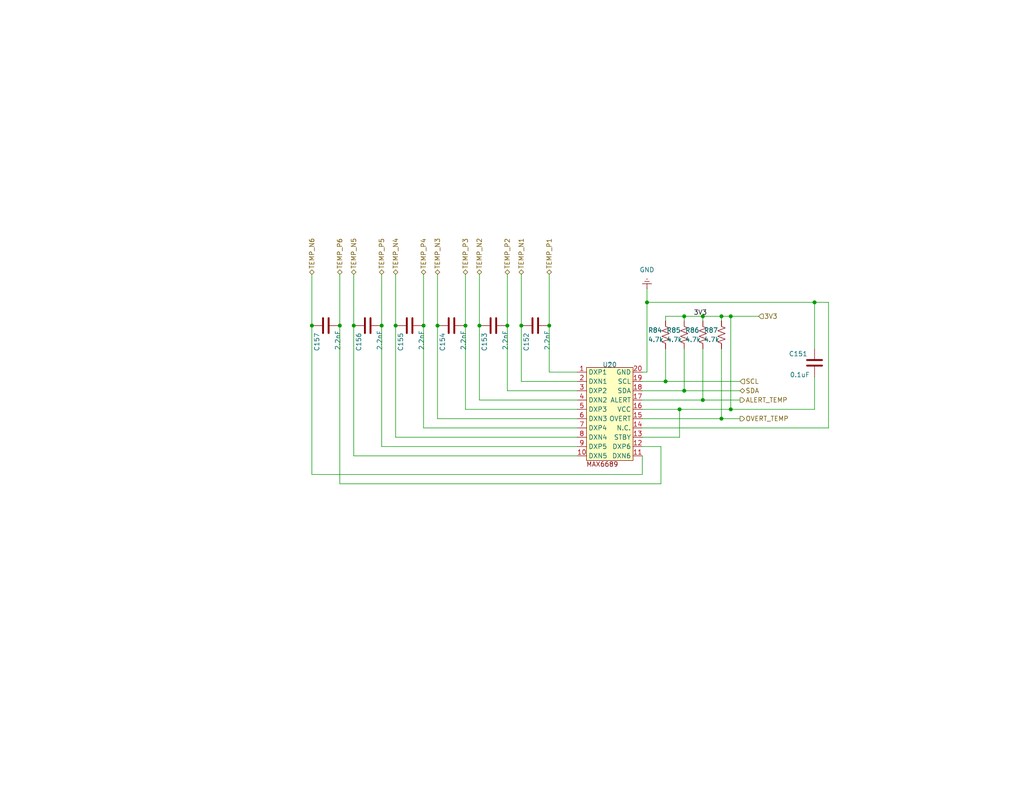
<source format=kicad_sch>
(kicad_sch (version 20231120) (generator "eeschema") (generator_version "8.0")
  (paper "A")
  (title_block (rev "701"))
  (lib_symbols
    (symbol "Device:C" (pin_numbers hide) (pin_names (offset 0.254))
      (property "Reference" "C" (at 0.635 2.54 0))
      (property "Value" "C" (at 0.635 -2.54 0))
      (symbol "C_0_1"
        (polyline (pts (xy -2.032 -0.762) (xy 2.032 -0.762)) (stroke (width 0.508)))
        (polyline (pts (xy -2.032 0.762) (xy 2.032 0.762)) (stroke (width 0.508)))
      )
      (symbol "C_1_1"
        (pin passive line (at 0 3.81 270) (length 2.794) (name "~") (number "1"))
        (pin passive line (at 0 -3.81 90) (length 2.794) (name "~") (number "2"))
      )
    )
    (symbol "Device:R_US" (pin_numbers hide) (pin_names (offset 0))
      (property "Reference" "R" (at 2.54 0 90))
      (property "Value" "R_US" (at -2.54 0 90))
      (symbol "R_US_0_1"
        (polyline (pts (xy 0 -2.286) (xy 0 -2.54)))
        (polyline (pts (xy 0 2.286) (xy 0 2.54)))
        (polyline (pts (xy 0 -0.762) (xy 1.016 -1.143) (xy 0 -1.524) (xy -1.016 -1.905) (xy 0 -2.286)))
        (polyline (pts (xy 0 0.762) (xy 1.016 0.381) (xy 0 0) (xy -1.016 -0.381) (xy 0 -0.762)))
        (polyline (pts (xy 0 2.286) (xy 1.016 1.905) (xy 0 1.524) (xy -1.016 1.143) (xy 0 0.762)))
      )
      (symbol "R_US_1_1"
        (pin passive line (at 0 3.81 270) (length 1.27) (name "~") (number "1"))
        (pin passive line (at 0 -3.81 90) (length 1.27) (name "~") (number "2"))
      )
    )
    (symbol "bitaxe:MAX6689"
      (property "Reference" "U" (at 0 13.97 0))
      (symbol "MAX6689_0_1"
        (rectangle (start -6.35 12.7) (end 6.35 -12.7) (fill (type background)))
      )
      (symbol "MAX6689_1_1"
        (text "MAX6689\n" (at -2.032 -13.716 0) (effects (font (size 1.27 1.27))))
        (pin bidirectional line (at -8.89 11.43 0) (length 2.54) (name "DXP1") (number "1"))
        (pin bidirectional line (at -8.89 -11.43 0) (length 2.54) (name "DXN5") (number "10"))
        (pin bidirectional line (at 8.89 -11.43 180) (length 2.54) (name "DXN6") (number "11"))
        (pin bidirectional line (at 8.89 -8.89 180) (length 2.54) (name "DXP6") (number "12"))
        (pin bidirectional line (at 8.89 -6.35 180) (length 2.54) (name "STBY") (number "13"))
        (pin bidirectional line (at 8.89 -3.81 180) (length 2.54) (name "N.C.") (number "14"))
        (pin bidirectional line (at 8.89 -1.27 180) (length 2.54) (name "OVERT") (number "15"))
        (pin bidirectional line (at 8.89 1.27 180) (length 2.54) (name "VCC") (number "16"))
        (pin bidirectional line (at 8.89 3.81 180) (length 2.54) (name "ALERT") (number "17"))
        (pin bidirectional line (at 8.89 6.35 180) (length 2.54) (name "SDA") (number "18"))
        (pin bidirectional line (at 8.89 8.89 180) (length 2.54) (name "SCL") (number "19"))
        (pin bidirectional line (at -8.89 8.89 0) (length 2.54) (name "DXN1") (number "2"))
        (pin bidirectional line (at 8.89 11.43 180) (length 2.54) (name "GND") (number "20"))
        (pin bidirectional line (at -8.89 6.35 0) (length 2.54) (name "DXP2") (number "3"))
        (pin bidirectional line (at -8.89 3.81 0) (length 2.54) (name "DXN2") (number "4"))
        (pin bidirectional line (at -8.89 1.27 0) (length 2.54) (name "DXP3") (number "5"))
        (pin bidirectional line (at -8.89 -1.27 0) (length 2.54) (name "DXN3") (number "6"))
        (pin bidirectional line (at -8.89 -3.81 0) (length 2.54) (name "DXP4") (number "7"))
        (pin bidirectional line (at -8.89 -6.35 0) (length 2.54) (name "DXN4") (number "8"))
        (pin bidirectional line (at -8.89 -8.89 0) (length 2.54) (name "DXP5") (number "9"))
      )
    )
    (symbol "power:GNDREF" (power) (pin_numbers hide) (pin_names (offset 0) hide)
      (property "Value" "GNDREF" (at 0 -3.81 0))
      (symbol "GNDREF_0_1"
        (polyline (pts (xy -0.635 -1.905) (xy 0.635 -1.905)))
        (polyline (pts (xy -0.127 -2.54) (xy 0.127 -2.54)))
        (polyline (pts (xy 0 -1.27) (xy 0 0)))
        (polyline (pts (xy 1.27 -1.27) (xy -1.27 -1.27)))
      )
      (symbol "GNDREF_1_1"
        (pin power_in line (at 0 0 270) (length 0) (name "~") (number "1"))
      )
    )
  )
  (junction (at 196.85 114.3))
  (junction (at 185.42 111.76))
  (junction (at 130.81 88.9))
  (junction (at 96.52 88.9))
  (junction (at 191.77 86.36))
  (junction (at 199.39 111.76))
  (junction (at 176.53 82.55))
  (junction (at 181.61 104.14))
  (junction (at 115.57 88.9))
  (junction (at 138.43 88.9))
  (junction (at 127 88.9))
  (junction (at 149.86 88.9))
  (junction (at 142.24 88.9))
  (junction (at 92.71 88.9))
  (junction (at 199.39 86.36))
  (junction (at 107.95 88.9))
  (junction (at 104.14 88.9))
  (junction (at 186.69 86.36))
  (junction (at 119.38 88.9))
  (junction (at 191.77 109.22))
  (junction (at 222.25 82.55))
  (junction (at 85.09 88.9))
  (junction (at 196.85 86.36))
  (junction (at 186.69 106.68))
  (wire (pts (xy 127 74.93) (xy 127 88.9)))
  (wire (pts (xy 175.26 111.76) (xy 185.42 111.76)))
  (wire (pts (xy 130.81 88.9) (xy 130.81 109.22)))
  (wire (pts (xy 175.26 116.84) (xy 226.06 116.84)))
  (wire (pts (xy 175.26 101.6) (xy 176.53 101.6)))
  (wire (pts (xy 127 88.9) (xy 127 111.76)))
  (wire (pts (xy 175.26 124.46) (xy 175.26 129.54)))
  (wire (pts (xy 157.48 111.76) (xy 127 111.76)))
  (wire (pts (xy 157.48 106.68) (xy 138.43 106.68)))
  (wire (pts (xy 157.48 121.92) (xy 104.14 121.92)))
  (wire (pts (xy 186.69 106.68) (xy 201.93 106.68)))
  (wire (pts (xy 119.38 74.93) (xy 119.38 88.9)))
  (wire (pts (xy 96.52 88.9) (xy 96.52 124.46)))
  (wire (pts (xy 186.69 86.36) (xy 191.77 86.36)))
  (wire (pts (xy 199.39 111.76) (xy 199.39 86.36)))
  (wire (pts (xy 149.86 74.93) (xy 149.86 88.9)))
  (wire (pts (xy 157.48 114.3) (xy 119.38 114.3)))
  (wire (pts (xy 157.48 104.14) (xy 142.24 104.14)))
  (wire (pts (xy 176.53 82.55) (xy 222.25 82.55)))
  (wire (pts (xy 138.43 74.93) (xy 138.43 88.9)))
  (wire (pts (xy 138.43 88.9) (xy 138.43 106.68)))
  (wire (pts (xy 176.53 82.55) (xy 176.53 78.74)))
  (wire (pts (xy 180.34 132.08) (xy 92.71 132.08)))
  (wire (pts (xy 175.26 109.22) (xy 191.77 109.22)))
  (wire (pts (xy 149.86 88.9) (xy 149.86 101.6)))
  (wire (pts (xy 157.48 101.6) (xy 149.86 101.6)))
  (wire (pts (xy 175.26 119.38) (xy 185.42 119.38)))
  (wire (pts (xy 175.26 114.3) (xy 196.85 114.3)))
  (wire (pts (xy 181.61 86.36) (xy 186.69 86.36)))
  (wire (pts (xy 199.39 111.76) (xy 222.25 111.76)))
  (wire (pts (xy 199.39 86.36) (xy 207.01 86.36)))
  (wire (pts (xy 85.09 74.93) (xy 85.09 88.9)))
  (wire (pts (xy 85.09 88.9) (xy 85.09 129.54)))
  (wire (pts (xy 96.52 74.93) (xy 96.52 88.9)))
  (wire (pts (xy 175.26 104.14) (xy 181.61 104.14)))
  (wire (pts (xy 186.69 86.36) (xy 186.69 87.63)))
  (wire (pts (xy 92.71 74.93) (xy 92.71 88.9)))
  (wire (pts (xy 115.57 74.93) (xy 115.57 88.9)))
  (wire (pts (xy 119.38 88.9) (xy 119.38 114.3)))
  (wire (pts (xy 115.57 88.9) (xy 115.57 116.84)))
  (wire (pts (xy 186.69 95.25) (xy 186.69 106.68)))
  (wire (pts (xy 107.95 88.9) (xy 107.95 119.38)))
  (wire (pts (xy 191.77 109.22) (xy 201.93 109.22)))
  (wire (pts (xy 142.24 74.93) (xy 142.24 88.9)))
  (wire (pts (xy 196.85 86.36) (xy 199.39 86.36)))
  (wire (pts (xy 185.42 111.76) (xy 199.39 111.76)))
  (wire (pts (xy 191.77 86.36) (xy 196.85 86.36)))
  (wire (pts (xy 196.85 86.36) (xy 196.85 87.63)))
  (wire (pts (xy 92.71 88.9) (xy 92.71 132.08)))
  (wire (pts (xy 104.14 74.93) (xy 104.14 88.9)))
  (wire (pts (xy 196.85 114.3) (xy 201.93 114.3)))
  (wire (pts (xy 157.48 119.38) (xy 107.95 119.38)))
  (wire (pts (xy 180.34 121.92) (xy 180.34 132.08)))
  (wire (pts (xy 142.24 88.9) (xy 142.24 104.14)))
  (wire (pts (xy 157.48 116.84) (xy 115.57 116.84)))
  (wire (pts (xy 222.25 111.76) (xy 222.25 102.87)))
  (wire (pts (xy 107.95 74.93) (xy 107.95 88.9)))
  (wire (pts (xy 176.53 82.55) (xy 176.53 101.6)))
  (wire (pts (xy 175.26 106.68) (xy 186.69 106.68)))
  (wire (pts (xy 104.14 88.9) (xy 104.14 121.92)))
  (wire (pts (xy 181.61 87.63) (xy 181.61 86.36)))
  (wire (pts (xy 222.25 95.25) (xy 222.25 82.55)))
  (wire (pts (xy 130.81 74.93) (xy 130.81 88.9)))
  (wire (pts (xy 185.42 119.38) (xy 185.42 111.76)))
  (wire (pts (xy 157.48 124.46) (xy 96.52 124.46)))
  (wire (pts (xy 181.61 95.25) (xy 181.61 104.14)))
  (wire (pts (xy 196.85 95.25) (xy 196.85 114.3)))
  (wire (pts (xy 226.06 116.84) (xy 226.06 82.55)))
  (wire (pts (xy 226.06 82.55) (xy 222.25 82.55)))
  (wire (pts (xy 175.26 121.92) (xy 180.34 121.92)))
  (wire (pts (xy 175.26 129.54) (xy 85.09 129.54)))
  (wire (pts (xy 157.48 109.22) (xy 130.81 109.22)))
  (wire (pts (xy 191.77 95.25) (xy 191.77 109.22)))
  (wire (pts (xy 181.61 104.14) (xy 201.93 104.14)))
  (wire (pts (xy 191.77 86.36) (xy 191.77 87.63)))
  (label "3V3" (at 189.23 86.36 0))
  (hierarchical_label "TEMP_P2" (shape bidirectional) (at 138.43 74.93 90))
  (hierarchical_label "ALERT_TEMP" (shape output) (at 201.93 109.22 0))
  (hierarchical_label "TEMP_P3" (shape bidirectional) (at 127 74.93 90))
  (hierarchical_label "OVERT_TEMP" (shape output) (at 201.93 114.3 0))
  (hierarchical_label "TEMP_N3" (shape bidirectional) (at 119.38 74.93 90))
  (hierarchical_label "TEMP_N6" (shape bidirectional) (at 85.09 74.93 90))
  (hierarchical_label "TEMP_N4" (shape bidirectional) (at 107.95 74.93 90))
  (hierarchical_label "TEMP_P4" (shape bidirectional) (at 115.57 74.93 90))
  (hierarchical_label "TEMP_N1" (shape bidirectional) (at 142.24 74.93 90))
  (hierarchical_label "TEMP_P5" (shape bidirectional) (at 104.14 74.93 90))
  (hierarchical_label "TEMP_N2" (shape bidirectional) (at 130.81 74.93 90))
  (hierarchical_label "SDA" (shape bidirectional) (at 201.93 106.68 0))
  (hierarchical_label "SCL" (shape input) (at 201.93 104.14 0))
  (hierarchical_label "3V3" (shape input) (at 207.01 86.36 0))
  (hierarchical_label "TEMP_P6" (shape bidirectional) (at 92.71 74.93 90))
  (hierarchical_label "TEMP_N5" (shape bidirectional) (at 96.52 74.93 90))
  (hierarchical_label "TEMP_P1" (shape bidirectional) (at 149.86 74.93 90))
  (symbol (lib_id "Device:C") (at 100.33 88.9 270) (unit 1)
    (property "Reference" "C156" (at 97.155 90.805 0) (effects (justify left bottom)))
    (property "Value" "2.2nF" (at 102.87 90.17 0) (effects (justify left bottom)))
    (property "Footprint" "Capacitor_SMD:C_0402_1005Metric" (effects (hide yes)))
    (property "DK" "311-1037-2-ND" (effects (hide yes)))
    (property "PARTNO" "CC0402KRX7R9BB222" (effects (hide yes)))
  )
  (symbol (lib_id "Device:R_US") (at 196.85 91.44 180) (unit 1)
    (property "Reference" "R87" (at 192.024 90.17 0) (effects (justify right)))
    (property "Value" "4.7k" (at 192.024 92.71 0) (effects (justify right)))
    (property "Footprint" "Resistor_SMD:R_0402_1005Metric" (effects (hide yes)))
    (property "DK" "YAG1446TR-ND" (effects (hide yes)))
    (property "PARTNO" "RT0402BRD074K7L" (effects (hide yes)))
  )
  (symbol (lib_id "Device:C") (at 111.76 88.9 270) (unit 1)
    (property "Reference" "C155" (at 108.585 90.805 0) (effects (justify left bottom)))
    (property "Value" "2.2nF" (at 114.3 90.17 0) (effects (justify left bottom)))
    (property "Footprint" "Capacitor_SMD:C_0402_1005Metric" (effects (hide yes)))
    (property "DK" "311-1037-2-ND" (effects (hide yes)))
    (property "PARTNO" "CC0402KRX7R9BB222" (effects (hide yes)))
  )
  (symbol (lib_id "Device:C") (at 134.62 88.9 270) (unit 1)
    (property "Reference" "C153" (at 131.445 90.805 0) (effects (justify left bottom)))
    (property "Value" "2.2nF" (at 137.16 90.17 0) (effects (justify left bottom)))
    (property "Footprint" "Capacitor_SMD:C_0402_1005Metric" (effects (hide yes)))
    (property "DK" "311-1037-2-ND" (effects (hide yes)))
    (property "PARTNO" "CC0402KRX7R9BB222" (effects (hide yes)))
  )
  (symbol (lib_id "Device:R_US") (at 181.61 91.44 180) (unit 1)
    (property "Reference" "R84" (at 176.784 90.17 0) (effects (justify right)))
    (property "Value" "4.7k" (at 176.784 92.71 0) (effects (justify right)))
    (property "Footprint" "Resistor_SMD:R_0402_1005Metric" (effects (hide yes)))
    (property "DK" "YAG1446TR-ND" (effects (hide yes)))
    (property "PARTNO" "RT0402BRD074K7L" (effects (hide yes)))
  )
  (symbol (lib_id "Device:C") (at 146.05 88.9 270) (unit 1)
    (property "Reference" "C152" (at 142.875 90.805 0) (effects (justify left bottom)))
    (property "Value" "2.2nF" (at 148.59 90.17 0) (effects (justify left bottom)))
    (property "Footprint" "Capacitor_SMD:C_0402_1005Metric" (effects (hide yes)))
    (property "DK" "311-1037-2-ND" (effects (hide yes)))
    (property "PARTNO" "CC0402KRX7R9BB222" (effects (hide yes)))
  )
  (symbol (lib_id "Device:C") (at 123.19 88.9 270) (unit 1)
    (property "Reference" "C154" (at 120.015 90.805 0) (effects (justify left bottom)))
    (property "Value" "2.2nF" (at 125.73 90.17 0) (effects (justify left bottom)))
    (property "Footprint" "Capacitor_SMD:C_0402_1005Metric" (effects (hide yes)))
    (property "DK" "311-1037-2-ND" (effects (hide yes)))
    (property "PARTNO" "CC0402KRX7R9BB222" (effects (hide yes)))
  )
  (symbol (lib_id "bitaxe:MAX6689") (at 166.37 113.03 0) (unit 1)
    (property "Reference" "U20" (at 166.37 99.568 0))
    (property "Value" "~" (at 166.3265 99.06 0))
    (property "Footprint" "bitaxe:MAX6689UP9A+" (effects (hide yes)))
    (property "Datasheet" "https://www.analog.com/media/en/technical-documentation/data-sheets/MAX6689.pdf" (effects (hide yes)))
  )
  (symbol (lib_id "Device:C") (at 222.25 99.06 180) (unit 1)
    (property "Reference" "C151" (at 220.345 95.885 0) (effects (justify left bottom)))
    (property "Value" "0.1uF" (at 220.98 101.6 0) (effects (justify left bottom)))
    (property "Footprint" "Capacitor_SMD:C_0402_1005Metric" (effects (hide yes)))
    (property "DK" "478-KGM05AR71C104KHCT-ND" (effects (hide yes)))
    (property "PARTNO" "KGM05AR71C104KH" (effects (hide yes)))
  )
  (symbol (lib_id "Device:C") (at 88.9 88.9 270) (unit 1)
    (property "Reference" "C157" (at 85.725 90.805 0) (effects (justify left bottom)))
    (property "Value" "2.2nF" (at 91.44 90.17 0) (effects (justify left bottom)))
    (property "Footprint" "Capacitor_SMD:C_0402_1005Metric" (effects (hide yes)))
    (property "DK" "311-1037-2-ND" (effects (hide yes)))
    (property "PARTNO" "CC0402KRX7R9BB222" (effects (hide yes)))
  )
  (symbol (lib_id "Device:R_US") (at 191.77 91.44 180) (unit 1)
    (property "Reference" "R86" (at 186.944 90.17 0) (effects (justify right)))
    (property "Value" "4.7k" (at 186.944 92.71 0) (effects (justify right)))
    (property "Footprint" "Resistor_SMD:R_0402_1005Metric" (effects (hide yes)))
    (property "DK" "YAG1446TR-ND" (effects (hide yes)))
    (property "PARTNO" "RT0402BRD074K7L" (effects (hide yes)))
  )
  (symbol (lib_id "power:GNDREF") (at 176.53 78.74 180) (unit 1)
    (property "Reference" "#PWR01" (effects (hide yes)))
    (property "Value" "GND" (at 176.53 73.66 0))
    (property "Description" "Power symbol creates a global label with name \"GNDREF\" , reference supply ground" (effects (hide yes)))
  )
  (symbol (lib_id "Device:R_US") (at 186.69 91.44 180) (unit 1)
    (property "Reference" "R85" (at 181.864 90.17 0) (effects (justify right)))
    (property "Value" "4.7k" (at 181.864 92.71 0) (effects (justify right)))
    (property "Footprint" "Resistor_SMD:R_0402_1005Metric" (effects (hide yes)))
    (property "DK" "YAG1446TR-ND" (effects (hide yes)))
    (property "PARTNO" "RT0402BRD074K7L" (effects (hide yes)))
  )
)
</source>
